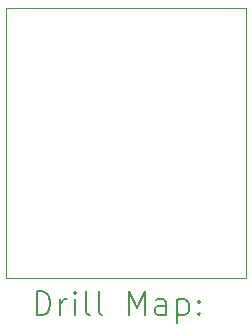
<source format=gbr>
%TF.GenerationSoftware,KiCad,Pcbnew,9.0.6*%
%TF.CreationDate,2026-01-02T22:14:38-06:00*%
%TF.ProjectId,DHVQFN-14_3.65x3.65_P0.5,44485651-464e-42d3-9134-5f332e363578,rev?*%
%TF.SameCoordinates,Original*%
%TF.FileFunction,Drillmap*%
%TF.FilePolarity,Positive*%
%FSLAX45Y45*%
G04 Gerber Fmt 4.5, Leading zero omitted, Abs format (unit mm)*
G04 Created by KiCad (PCBNEW 9.0.6) date 2026-01-02 22:14:38*
%MOMM*%
%LPD*%
G01*
G04 APERTURE LIST*
%ADD10C,0.050000*%
%ADD11C,0.200000*%
G04 APERTURE END LIST*
D10*
X12293600Y-9991227D02*
X14325600Y-9991227D01*
X14325600Y-12277227D01*
X12293600Y-12277227D01*
X12293600Y-9991227D01*
D11*
X12551877Y-12591211D02*
X12551877Y-12391211D01*
X12551877Y-12391211D02*
X12599496Y-12391211D01*
X12599496Y-12391211D02*
X12628067Y-12400735D01*
X12628067Y-12400735D02*
X12647115Y-12419783D01*
X12647115Y-12419783D02*
X12656639Y-12438830D01*
X12656639Y-12438830D02*
X12666162Y-12476925D01*
X12666162Y-12476925D02*
X12666162Y-12505497D01*
X12666162Y-12505497D02*
X12656639Y-12543592D01*
X12656639Y-12543592D02*
X12647115Y-12562640D01*
X12647115Y-12562640D02*
X12628067Y-12581687D01*
X12628067Y-12581687D02*
X12599496Y-12591211D01*
X12599496Y-12591211D02*
X12551877Y-12591211D01*
X12751877Y-12591211D02*
X12751877Y-12457878D01*
X12751877Y-12495973D02*
X12761401Y-12476925D01*
X12761401Y-12476925D02*
X12770924Y-12467402D01*
X12770924Y-12467402D02*
X12789972Y-12457878D01*
X12789972Y-12457878D02*
X12809020Y-12457878D01*
X12875686Y-12591211D02*
X12875686Y-12457878D01*
X12875686Y-12391211D02*
X12866162Y-12400735D01*
X12866162Y-12400735D02*
X12875686Y-12410259D01*
X12875686Y-12410259D02*
X12885210Y-12400735D01*
X12885210Y-12400735D02*
X12875686Y-12391211D01*
X12875686Y-12391211D02*
X12875686Y-12410259D01*
X12999496Y-12591211D02*
X12980448Y-12581687D01*
X12980448Y-12581687D02*
X12970924Y-12562640D01*
X12970924Y-12562640D02*
X12970924Y-12391211D01*
X13104258Y-12591211D02*
X13085210Y-12581687D01*
X13085210Y-12581687D02*
X13075686Y-12562640D01*
X13075686Y-12562640D02*
X13075686Y-12391211D01*
X13332829Y-12591211D02*
X13332829Y-12391211D01*
X13332829Y-12391211D02*
X13399496Y-12534068D01*
X13399496Y-12534068D02*
X13466162Y-12391211D01*
X13466162Y-12391211D02*
X13466162Y-12591211D01*
X13647115Y-12591211D02*
X13647115Y-12486449D01*
X13647115Y-12486449D02*
X13637591Y-12467402D01*
X13637591Y-12467402D02*
X13618543Y-12457878D01*
X13618543Y-12457878D02*
X13580448Y-12457878D01*
X13580448Y-12457878D02*
X13561401Y-12467402D01*
X13647115Y-12581687D02*
X13628067Y-12591211D01*
X13628067Y-12591211D02*
X13580448Y-12591211D01*
X13580448Y-12591211D02*
X13561401Y-12581687D01*
X13561401Y-12581687D02*
X13551877Y-12562640D01*
X13551877Y-12562640D02*
X13551877Y-12543592D01*
X13551877Y-12543592D02*
X13561401Y-12524544D01*
X13561401Y-12524544D02*
X13580448Y-12515021D01*
X13580448Y-12515021D02*
X13628067Y-12515021D01*
X13628067Y-12515021D02*
X13647115Y-12505497D01*
X13742353Y-12457878D02*
X13742353Y-12657878D01*
X13742353Y-12467402D02*
X13761401Y-12457878D01*
X13761401Y-12457878D02*
X13799496Y-12457878D01*
X13799496Y-12457878D02*
X13818543Y-12467402D01*
X13818543Y-12467402D02*
X13828067Y-12476925D01*
X13828067Y-12476925D02*
X13837591Y-12495973D01*
X13837591Y-12495973D02*
X13837591Y-12553116D01*
X13837591Y-12553116D02*
X13828067Y-12572163D01*
X13828067Y-12572163D02*
X13818543Y-12581687D01*
X13818543Y-12581687D02*
X13799496Y-12591211D01*
X13799496Y-12591211D02*
X13761401Y-12591211D01*
X13761401Y-12591211D02*
X13742353Y-12581687D01*
X13923305Y-12572163D02*
X13932829Y-12581687D01*
X13932829Y-12581687D02*
X13923305Y-12591211D01*
X13923305Y-12591211D02*
X13913782Y-12581687D01*
X13913782Y-12581687D02*
X13923305Y-12572163D01*
X13923305Y-12572163D02*
X13923305Y-12591211D01*
X13923305Y-12467402D02*
X13932829Y-12476925D01*
X13932829Y-12476925D02*
X13923305Y-12486449D01*
X13923305Y-12486449D02*
X13913782Y-12476925D01*
X13913782Y-12476925D02*
X13923305Y-12467402D01*
X13923305Y-12467402D02*
X13923305Y-12486449D01*
M02*

</source>
